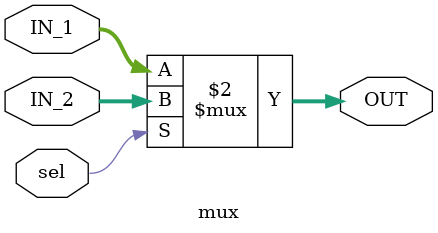
<source format=sv>
module mux( input sel,
               input   [31:0] IN_1,
               input   [31:0] IN_2,
               output logic [31:0]  OUT
             );

  always_comb begin
    OUT = (sel) ? IN_2:IN_1;
  end
endmodule 

</source>
